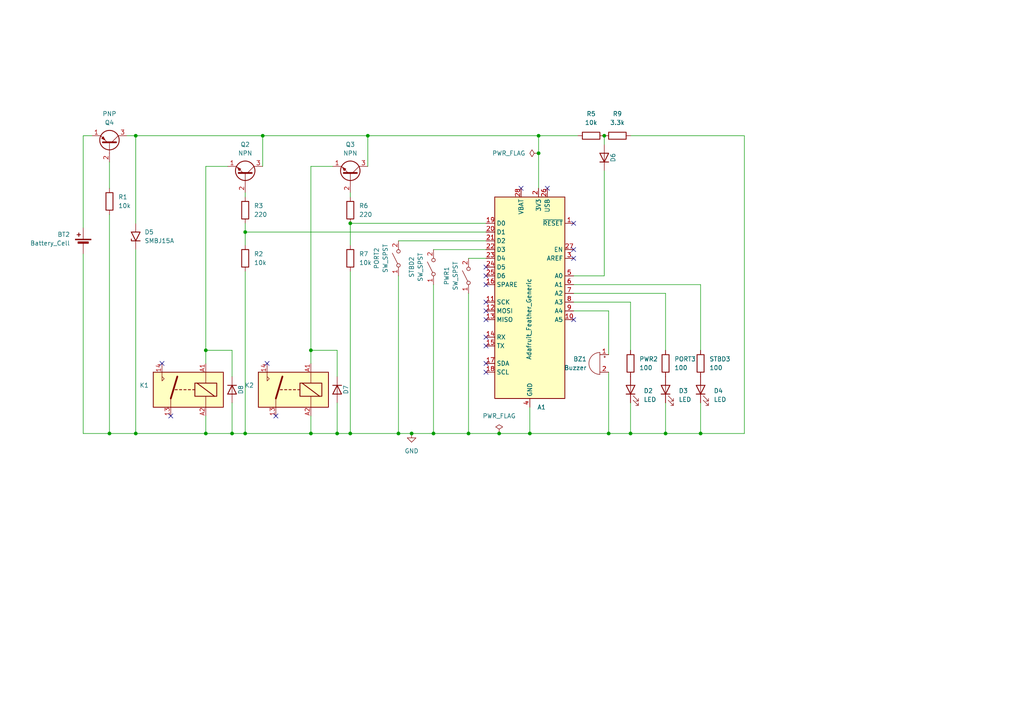
<source format=kicad_sch>
(kicad_sch (version 20250114) (generator "eeschema") (generator_version "9.0")
  (paper "A4")
  (lib_symbols
    (symbol "Device:Battery_Cell" (pin_numbers (hide yes)) (pin_names (offset 0) (hide yes))
      (property "Reference" "BT" (at 2.54 2.54 0))
      (property "Value" "Battery_Cell" (at 2.54 0 0))
      (symbol "Battery_Cell_0_1"
        (rectangle (start -2.286 1.778) (end 2.286 1.524) (fill (type outline)))
        (rectangle (start -1.524 1.016) (end 1.524 0.508) (fill (type outline)))
        (polyline (pts (xy 0 1.778) (xy 0 2.54)))
        (polyline (pts (xy 0 0.762) (xy 0 0)))
        (polyline (pts (xy 0.762 3.048) (xy 1.778 3.048)) (stroke (width 0.254)))
        (polyline (pts (xy 1.27 3.556) (xy 1.27 2.54)) (stroke (width 0.254)))
      )
      (symbol "Battery_Cell_1_1"
        (pin passive line (at 0 5.08 270) (length 2.54) (name "+") (number "1"))
        (pin passive line (at 0 -2.54 90) (length 2.54) (name "-") (number "2"))
      )
    )
    (symbol "Device:Buzzer" (pin_names (offset 0.0254) (hide yes))
      (property "Reference" "BZ" (at 3.81 1.27 0))
      (property "Value" "Buzzer" (at 3.81 -1.27 0))
      (symbol "Buzzer_0_1"
        (polyline (pts (xy -1.651 1.905) (xy -1.143 1.905)))
        (polyline (pts (xy -1.397 2.159) (xy -1.397 1.651)))
        (arc (start 0 3.175) (mid 3.1612 0) (end 0 -3.175))
        (polyline (pts (xy 0 3.175) (xy 0 -3.175)))
      )
      (symbol "Buzzer_1_1"
        (pin passive line (at -2.54 2.54 0) (length 2.54) (name "+") (number "1"))
        (pin passive line (at -2.54 -2.54 0) (length 2.54) (name "-") (number "2"))
      )
    )
    (symbol "Device:D" (pin_numbers (hide yes)) (pin_names (offset 1.016) (hide yes))
      (property "Reference" "D" (at 0 2.54 0))
      (property "Value" "D" (at 0 -2.54 0))
      (symbol "D_0_1"
        (polyline (pts (xy -1.27 1.27) (xy -1.27 -1.27)) (stroke (width 0.254)))
        (polyline (pts (xy 1.27 1.27) (xy 1.27 -1.27) (xy -1.27 0) (xy 1.27 1.27)) (stroke (width 0.254)))
        (polyline (pts (xy 1.27 0) (xy -1.27 0)))
      )
      (symbol "D_1_1"
        (pin passive line (at -3.81 0 0) (length 2.54) (name "K") (number "1"))
        (pin passive line (at 3.81 0 180) (length 2.54) (name "A") (number "2"))
      )
    )
    (symbol "Device:LED" (pin_numbers (hide yes)) (pin_names (offset 1.016) (hide yes))
      (property "Reference" "D" (at 0 2.54 0))
      (property "Value" "LED" (at 0 -2.54 0))
      (symbol "LED_0_1"
        (polyline (pts (xy -3.048 -0.762) (xy -4.572 -2.286) (xy -3.81 -2.286) (xy -4.572 -2.286) (xy -4.572 -1.524)))
        (polyline (pts (xy -1.778 -0.762) (xy -3.302 -2.286) (xy -2.54 -2.286) (xy -3.302 -2.286) (xy -3.302 -1.524)))
        (polyline (pts (xy -1.27 0) (xy 1.27 0)))
        (polyline (pts (xy -1.27 -1.27) (xy -1.27 1.27)) (stroke (width 0.254)))
        (polyline (pts (xy 1.27 -1.27) (xy 1.27 1.27) (xy -1.27 0) (xy 1.27 -1.27)) (stroke (width 0.254)))
      )
      (symbol "LED_1_1"
        (pin passive line (at -3.81 0 0) (length 2.54) (name "K") (number "1"))
        (pin passive line (at 3.81 0 180) (length 2.54) (name "A") (number "2"))
      )
    )
    (symbol "Device:R" (pin_numbers (hide yes)) (pin_names (offset 0))
      (property "Reference" "R" (at 2.032 0 90))
      (property "Value" "R" (at 0 0 90))
      (symbol "R_0_1"
        (rectangle (start -1.016 -2.54) (end 1.016 2.54) (stroke (width 0.254)))
      )
      (symbol "R_1_1"
        (pin passive line (at 0 3.81 270) (length 1.27) (name "~") (number "1"))
        (pin passive line (at 0 -3.81 90) (length 1.27) (name "~") (number "2"))
      )
    )
    (symbol "Diode:SM6T10A" (pin_numbers (hide yes)) (pin_names (offset 1.016) (hide yes))
      (property "Reference" "D" (at 0 2.54 0))
      (property "Value" "SM6T10A" (at 0 -2.54 0))
      (symbol "SM6T10A_0_1"
        (polyline (pts (xy -0.762 1.27) (xy -1.27 1.27) (xy -1.27 -1.27)) (stroke (width 0.254)))
        (polyline (pts (xy 1.27 1.27) (xy 1.27 -1.27) (xy -1.27 0) (xy 1.27 1.27)) (stroke (width 0.254)))
      )
      (symbol "SM6T10A_1_1"
        (pin passive line (at -3.81 0 0) (length 2.54) (name "A1") (number "1"))
        (pin passive line (at 3.81 0 180) (length 2.54) (name "A2") (number "2"))
      )
    )
    (symbol "MCU_Module:Adafruit_Feather_Generic"
      (property "Reference" "A" (at -10.16 29.21 0))
      (property "Value" "Adafruit_Feather_Generic" (at 2.54 -31.75 0))
      (symbol "Adafruit_Feather_Generic_0_1"
        (rectangle (start -10.16 27.94) (end 10.16 -30.48) (stroke (width 0.254)) (fill (type background)))
      )
      (symbol "Adafruit_Feather_Generic_1_1"
        (pin bidirectional line (at -12.7 20.32 0) (length 2.54) (name "D0") (number "19"))
        (pin bidirectional line (at -12.7 17.78 0) (length 2.54) (name "D1") (number "20"))
        (pin bidirectional line (at -12.7 15.24 0) (length 2.54) (name "D2") (number "21"))
        (pin bidirectional line (at -12.7 12.7 0) (length 2.54) (name "D3") (number "22"))
        (pin bidirectional line (at -12.7 10.16 0) (length 2.54) (name "D4") (number "23"))
        (pin bidirectional line (at -12.7 7.62 0) (length 2.54) (name "D5") (number "24"))
        (pin bidirectional line (at -12.7 5.08 0) (length 2.54) (name "D6") (number "25"))
        (pin bidirectional line (at -12.7 2.54 0) (length 2.54) (name "SPARE") (number "16"))
        (pin bidirectional line (at -12.7 -2.54 0) (length 2.54) (name "SCK") (number "11"))
        (pin bidirectional line (at -12.7 -5.08 0) (length 2.54) (name "MOSI") (number "12"))
        (pin bidirectional line (at -12.7 -7.62 0) (length 2.54) (name "MISO") (number "13"))
        (pin bidirectional line (at -12.7 -12.7 0) (length 2.54) (name "RX") (number "14"))
        (pin bidirectional line (at -12.7 -15.24 0) (length 2.54) (name "TX") (number "15"))
        (pin bidirectional line (at -12.7 -20.32 0) (length 2.54) (name "SDA") (number "17"))
        (pin bidirectional line (at -12.7 -22.86 0) (length 2.54) (name "SCL") (number "18"))
        (pin power_in line (at -2.54 30.48 270) (length 2.54) (name "VBAT") (number "28"))
        (pin power_in line (at 0 -33.02 90) (length 2.54) (name "GND") (number "4"))
        (pin power_in line (at 2.54 30.48 270) (length 2.54) (name "3V3") (number "2"))
        (pin power_in line (at 5.08 30.48 270) (length 2.54) (name "USB") (number "26"))
        (pin input line (at 12.7 20.32 180) (length 2.54) (name "~{RESET}") (number "1"))
        (pin input line (at 12.7 12.7 180) (length 2.54) (name "EN") (number "27"))
        (pin input line (at 12.7 10.16 180) (length 2.54) (name "AREF") (number "3"))
        (pin bidirectional line (at 12.7 5.08 180) (length 2.54) (name "A0") (number "5"))
        (pin bidirectional line (at 12.7 2.54 180) (length 2.54) (name "A1") (number "6"))
        (pin bidirectional line (at 12.7 0 180) (length 2.54) (name "A2") (number "7"))
        (pin bidirectional line (at 12.7 -2.54 180) (length 2.54) (name "A3") (number "8"))
        (pin bidirectional line (at 12.7 -5.08 180) (length 2.54) (name "A4") (number "9"))
        (pin bidirectional line (at 12.7 -7.62 180) (length 2.54) (name "A5") (number "10"))
      )
    )
    (symbol "Relay:Fujitsu_FTR-LYAA005x"
      (property "Reference" "K" (at 11.43 3.81 0))
      (property "Value" "Fujitsu_FTR-LYAA005x" (at 11.43 1.27 0))
      (symbol "Fujitsu_FTR-LYAA005x_0_0"
        (polyline (pts (xy 7.62 5.08) (xy 7.62 2.54) (xy 6.985 3.175) (xy 7.62 3.81)))
      )
      (symbol "Fujitsu_FTR-LYAA005x_0_1"
        (rectangle (start -10.16 5.08) (end 10.16 -5.08) (stroke (width 0.254)) (fill (type background)))
        (rectangle (start -8.255 1.905) (end -1.905 -1.905) (stroke (width 0.254)))
        (polyline (pts (xy -7.62 -1.905) (xy -2.54 1.905)) (stroke (width 0.254)))
        (polyline (pts (xy -5.08 5.08) (xy -5.08 1.905)))
        (polyline (pts (xy -5.08 -5.08) (xy -5.08 -1.905)))
        (polyline (pts (xy -1.905 0) (xy -1.27 0)) (stroke (width 0.254)))
        (polyline (pts (xy -0.635 0) (xy 0 0)) (stroke (width 0.254)))
        (polyline (pts (xy 0.635 0) (xy 1.27 0)) (stroke (width 0.254)))
        (polyline (pts (xy 1.905 0) (xy 2.54 0)) (stroke (width 0.254)))
        (polyline (pts (xy 3.175 0) (xy 3.81 0)) (stroke (width 0.254)))
        (polyline (pts (xy 5.08 -2.54) (xy 3.175 3.81)) (stroke (width 0.508)))
        (polyline (pts (xy 5.08 -2.54) (xy 5.08 -5.08)))
      )
      (symbol "Fujitsu_FTR-LYAA005x_1_1"
        (pin passive line (at -5.08 7.62 270) (length 2.54) (name "~") (number "A1"))
        (pin passive line (at -5.08 -7.62 90) (length 2.54) (name "~") (number "A2"))
        (pin passive line (at 5.08 -7.62 90) (length 2.54) (name "~") (number "13"))
        (pin passive line (at 7.62 7.62 270) (length 2.54) (name "~") (number "14"))
      )
    )
    (symbol "Switch:SW_SPST" (pin_names (offset 0) (hide yes))
      (property "Reference" "SW" (at 0 3.175 0))
      (property "Value" "SW_SPST" (at 0 -2.54 0))
      (symbol "SW_SPST_0_0"
        (circle (center -2.032 0) (radius 0.508))
        (polyline (pts (xy -1.524 0.254) (xy 1.524 1.778)))
        (circle (center 2.032 0) (radius 0.508))
      )
      (symbol "SW_SPST_1_1"
        (pin passive line (at -5.08 0 0) (length 2.54) (name "A") (number "1"))
        (pin passive line (at 5.08 0 180) (length 2.54) (name "B") (number "2"))
      )
    )
    (symbol "Transistor_BJT:2N3904" (pin_names (offset 0) (hide yes))
      (property "Reference" "Q" (at 5.08 1.905 0))
      (property "Value" "2N3904" (at 5.08 0 0))
      (symbol "2N3904_0_1"
        (polyline (pts (xy -2.54 0) (xy 0.635 0)))
        (polyline (pts (xy 0.635 1.905) (xy 0.635 -1.905)) (stroke (width 0.508)))
        (circle (center 1.27 0) (radius 2.8194) (stroke (width 0.254)))
      )
      (symbol "2N3904_1_1"
        (polyline (pts (xy 0.635 0.635) (xy 2.54 2.54)))
        (polyline (pts (xy 0.635 -0.635) (xy 2.54 -2.54)))
        (polyline (pts (xy 1.27 -1.778) (xy 1.778 -1.27) (xy 2.286 -2.286) (xy 1.27 -1.778)) (fill (type outline)))
        (pin input line (at -5.08 0 0) (length 2.54) (name "B") (number "2"))
        (pin passive line (at 2.54 5.08 270) (length 2.54) (name "C") (number "3"))
        (pin passive line (at 2.54 -5.08 90) (length 2.54) (name "E") (number "1"))
      )
    )
    (symbol "Transistor_BJT:2N3905" (pin_names (offset 0) (hide yes))
      (property "Reference" "Q" (at 5.08 1.905 0))
      (property "Value" "2N3905" (at 5.08 0 0))
      (symbol "2N3905_0_1"
        (polyline (pts (xy -2.54 0) (xy 0.635 0)))
        (polyline (pts (xy 0.635 1.905) (xy 0.635 -1.905)) (stroke (width 0.508)))
        (polyline (pts (xy 0.635 0.635) (xy 2.54 2.54)))
        (polyline (pts (xy 0.635 -0.635) (xy 2.54 -2.54)))
        (circle (center 1.27 0) (radius 2.8194) (stroke (width 0.254)))
        (polyline (pts (xy 2.286 -1.778) (xy 1.778 -2.286) (xy 1.27 -1.27) (xy 2.286 -1.778)) (fill (type outline)))
      )
      (symbol "2N3905_1_1"
        (pin input line (at -5.08 0 0) (length 2.54) (name "B") (number "2"))
        (pin passive line (at 2.54 5.08 270) (length 2.54) (name "C") (number "3"))
        (pin passive line (at 2.54 -5.08 90) (length 2.54) (name "E") (number "1"))
      )
    )
    (symbol "power:GND" (power) (pin_numbers (hide yes)) (pin_names (offset 0) (hide yes))
      (property "Value" "GND" (at 0 -3.81 0))
      (symbol "GND_0_1"
        (polyline (pts (xy 0 0) (xy 0 -1.27) (xy 1.27 -1.27) (xy 0 -2.54) (xy -1.27 -1.27) (xy 0 -1.27)))
      )
      (symbol "GND_1_1"
        (pin power_in line (at 0 0 270) (length 0) (name "~") (number "1"))
      )
    )
    (symbol "power:PWR_FLAG" (power) (pin_numbers (hide yes)) (pin_names (offset 0) (hide yes))
      (property "Value" "PWR_FLAG" (at 0 3.81 0))
      (symbol "PWR_FLAG_0_0"
        (pin power_out line (at 0 0 90) (length 0) (name "~") (number "1"))
      )
      (symbol "PWR_FLAG_0_1"
        (polyline (pts (xy 0 0) (xy 0 1.27) (xy -1.016 1.905) (xy 0 2.54) (xy 1.016 1.905) (xy 0 1.27)))
      )
    )
  )
  (junction (at 97.79 125.73))
  (junction (at 71.12 67.31))
  (junction (at 71.12 125.73))
  (junction (at 106.68 39.37))
  (junction (at 119.38 125.73))
  (junction (at 31.75 125.73))
  (junction (at 76.2 39.37))
  (junction (at 175.26 39.37))
  (junction (at 156.21 44.45))
  (junction (at 59.69 125.73))
  (junction (at 153.67 125.73))
  (junction (at 39.37 125.73))
  (junction (at 90.17 125.73))
  (junction (at 125.73 125.73))
  (junction (at 144.78 125.73))
  (junction (at 176.53 125.73))
  (junction (at 39.37 39.37))
  (junction (at 182.88 125.73))
  (junction (at 67.31 125.73))
  (junction (at 115.57 125.73))
  (junction (at 101.6 64.77))
  (junction (at 193.04 125.73))
  (junction (at 90.17 101.6))
  (junction (at 101.6 125.73))
  (junction (at 203.2 125.73))
  (junction (at 59.69 101.6))
  (junction (at 135.89 125.73))
  (junction (at 156.21 39.37))
  (no_connect (at 166.37 72.39))
  (no_connect (at 140.97 90.17))
  (no_connect (at 140.97 82.55))
  (no_connect (at 140.97 105.41))
  (no_connect (at 140.97 97.79))
  (no_connect (at 46.99 105.41))
  (no_connect (at 49.53 120.65))
  (no_connect (at 158.75 54.61))
  (no_connect (at 140.97 107.95))
  (no_connect (at 140.97 87.63))
  (no_connect (at 166.37 74.93))
  (no_connect (at 140.97 77.47))
  (no_connect (at 140.97 80.01))
  (no_connect (at 140.97 92.71))
  (no_connect (at 166.37 64.77))
  (no_connect (at 166.37 92.71))
  (no_connect (at 140.97 100.33))
  (no_connect (at 77.47 105.41))
  (no_connect (at 80.01 120.65))
  (no_connect (at 151.13 54.61))
  (wire (pts (xy 71.12 67.31) (xy 71.12 71.12)))
  (wire (pts (xy 166.37 90.17) (xy 176.53 90.17)))
  (wire (pts (xy 156.21 39.37) (xy 156.21 44.45)))
  (wire (pts (xy 31.75 62.23) (xy 31.75 125.73)))
  (wire (pts (xy 97.79 101.6) (xy 90.17 101.6)))
  (wire (pts (xy 182.88 39.37) (xy 215.9 39.37)))
  (wire (pts (xy 144.78 125.73) (xy 153.67 125.73)))
  (wire (pts (xy 39.37 39.37) (xy 76.2 39.37)))
  (wire (pts (xy 176.53 90.17) (xy 176.53 102.87)))
  (wire (pts (xy 24.13 39.37) (xy 26.67 39.37)))
  (wire (pts (xy 166.37 87.63) (xy 182.88 87.63)))
  (wire (pts (xy 153.67 125.73) (xy 176.53 125.73)))
  (wire (pts (xy 71.12 67.31) (xy 140.97 67.31)))
  (wire (pts (xy 97.79 116.84) (xy 97.79 125.73)))
  (wire (pts (xy 71.12 78.74) (xy 71.12 125.73)))
  (wire (pts (xy 166.37 85.09) (xy 193.04 85.09)))
  (wire (pts (xy 31.75 46.99) (xy 31.75 54.61)))
  (wire (pts (xy 106.68 39.37) (xy 106.68 48.26)))
  (wire (pts (xy 101.6 64.77) (xy 101.6 71.12)))
  (wire (pts (xy 67.31 101.6) (xy 59.69 101.6)))
  (wire (pts (xy 135.89 85.09) (xy 135.89 125.73)))
  (wire (pts (xy 135.89 125.73) (xy 144.78 125.73)))
  (wire (pts (xy 166.37 82.55) (xy 203.2 82.55)))
  (wire (pts (xy 101.6 64.77) (xy 140.97 64.77)))
  (wire (pts (xy 115.57 80.01) (xy 115.57 125.73)))
  (wire (pts (xy 39.37 125.73) (xy 59.69 125.73)))
  (wire (pts (xy 90.17 120.65) (xy 90.17 125.73)))
  (wire (pts (xy 156.21 44.45) (xy 156.21 54.61)))
  (wire (pts (xy 182.88 125.73) (xy 193.04 125.73)))
  (wire (pts (xy 193.04 116.84) (xy 193.04 125.73)))
  (wire (pts (xy 90.17 48.26) (xy 90.17 101.6)))
  (wire (pts (xy 71.12 125.73) (xy 90.17 125.73)))
  (wire (pts (xy 66.04 48.26) (xy 59.69 48.26)))
  (wire (pts (xy 115.57 125.73) (xy 119.38 125.73)))
  (wire (pts (xy 125.73 82.55) (xy 125.73 125.73)))
  (wire (pts (xy 203.2 82.55) (xy 203.2 101.6)))
  (wire (pts (xy 125.73 125.73) (xy 135.89 125.73)))
  (wire (pts (xy 76.2 39.37) (xy 76.2 48.26)))
  (wire (pts (xy 67.31 125.73) (xy 71.12 125.73)))
  (wire (pts (xy 59.69 101.6) (xy 59.69 105.41)))
  (wire (pts (xy 59.69 120.65) (xy 59.69 125.73)))
  (wire (pts (xy 203.2 116.84) (xy 203.2 125.73)))
  (wire (pts (xy 90.17 125.73) (xy 97.79 125.73)))
  (wire (pts (xy 67.31 116.84) (xy 67.31 125.73)))
  (wire (pts (xy 24.13 125.73) (xy 31.75 125.73)))
  (wire (pts (xy 119.38 125.73) (xy 125.73 125.73)))
  (wire (pts (xy 36.83 39.37) (xy 39.37 39.37)))
  (wire (pts (xy 59.69 125.73) (xy 67.31 125.73)))
  (wire (pts (xy 59.69 48.26) (xy 59.69 101.6)))
  (wire (pts (xy 156.21 39.37) (xy 167.64 39.37)))
  (wire (pts (xy 175.26 39.37) (xy 175.26 41.91)))
  (wire (pts (xy 176.53 107.95) (xy 176.53 125.73)))
  (wire (pts (xy 125.73 72.39) (xy 140.97 72.39)))
  (wire (pts (xy 97.79 125.73) (xy 101.6 125.73)))
  (wire (pts (xy 135.89 74.93) (xy 140.97 74.93)))
  (wire (pts (xy 215.9 125.73) (xy 203.2 125.73)))
  (wire (pts (xy 193.04 85.09) (xy 193.04 101.6)))
  (wire (pts (xy 153.67 118.11) (xy 153.67 125.73)))
  (wire (pts (xy 101.6 78.74) (xy 101.6 125.73)))
  (wire (pts (xy 24.13 73.66) (xy 24.13 125.73)))
  (wire (pts (xy 71.12 57.15) (xy 71.12 55.88)))
  (wire (pts (xy 90.17 101.6) (xy 90.17 105.41)))
  (wire (pts (xy 176.53 125.73) (xy 182.88 125.73)))
  (wire (pts (xy 71.12 67.31) (xy 71.12 64.77)))
  (wire (pts (xy 39.37 72.39) (xy 39.37 125.73)))
  (wire (pts (xy 96.52 48.26) (xy 90.17 48.26)))
  (wire (pts (xy 101.6 125.73) (xy 115.57 125.73)))
  (wire (pts (xy 182.88 87.63) (xy 182.88 101.6)))
  (wire (pts (xy 97.79 109.22) (xy 97.79 101.6)))
  (wire (pts (xy 24.13 66.04) (xy 24.13 39.37)))
  (wire (pts (xy 115.57 69.85) (xy 140.97 69.85)))
  (wire (pts (xy 101.6 55.88) (xy 101.6 57.15)))
  (wire (pts (xy 31.75 125.73) (xy 39.37 125.73)))
  (wire (pts (xy 39.37 39.37) (xy 39.37 64.77)))
  (wire (pts (xy 76.2 39.37) (xy 106.68 39.37)))
  (wire (pts (xy 106.68 39.37) (xy 156.21 39.37)))
  (wire (pts (xy 175.26 80.01) (xy 166.37 80.01)))
  (wire (pts (xy 175.26 49.53) (xy 175.26 80.01)))
  (wire (pts (xy 193.04 125.73) (xy 203.2 125.73)))
  (wire (pts (xy 215.9 39.37) (xy 215.9 125.73)))
  (wire (pts (xy 182.88 116.84) (xy 182.88 125.73)))
  (wire (pts (xy 67.31 109.22) (xy 67.31 101.6)))
  (symbol (lib_id "Device:LED") (at 193.04 113.03 90) (unit 1)
    (property "Reference" "D3" (at 196.85 113.3474 90) (effects (justify right)))
    (property "Value" "LED" (at 196.85 115.8874 90) (effects (justify right)))
    (property "Description" "Light emitting diode" (effects (hide yes)))
    (property "Sim.Pins" "1=K 2=A" (effects (hide yes)))
  )
  (symbol (lib_id "Transistor_BJT:2N3904") (at 101.6 50.8 270) (mirror x) (unit 1)
    (property "Reference" "Q3" (at 101.6 41.91 90))
    (property "Value" "NPN" (at 101.6 44.45 90))
    (property "Footprint" "Package_TO_SOT_THT:TO-92_Inline" (effects (hide yes)))
    (property "Datasheet" "https://www.onsemi.com/pub/Collateral/2N3903-D.PDF" (effects (hide yes)))
    (property "Description" "0.2A Ic, 40V Vce, Small Signal NPN Transistor, TO-92" (effects (hide yes)))
  )
  (symbol (lib_id "Device:R") (at 203.2 105.41 0) (unit 1)
    (property "Reference" "STBD3" (at 205.74 104.1399 0) (effects (justify left)))
    (property "Value" "100" (at 205.74 106.6799 0) (effects (justify left)))
    (property "Description" "Resistor" (effects (hide yes)))
  )
  (symbol (lib_id "MCU_Module:Adafruit_Feather_Generic") (at 153.67 85.09 0) (unit 1)
    (property "Reference" "A1" (at 155.8133 118.11 0) (effects (justify left)))
    (property "Value" "Adafruit_Feather_Generic" (at 153.416 104.394 90) (effects (justify left)))
    (property "Footprint" "Module:Adafruit_Feather" (effects (hide yes)))
    (property "Datasheet" "https://cdn-learn.adafruit.com/downloads/pdf/adafruit-feather.pdf" (effects (hide yes)))
    (property "Description" "Microcontroller module in various flavor, generic symbol" (effects (hide yes)))
  )
  (symbol (lib_id "Device:R") (at 71.12 60.96 0) (unit 1)
    (property "Reference" "R3" (at 73.66 59.6899 0) (effects (justify left)))
    (property "Value" "220" (at 73.66 62.2299 0) (effects (justify left)))
    (property "Description" "Resistor" (effects (hide yes)))
  )
  (symbol (lib_id "Transistor_BJT:2N3905") (at 31.75 41.91 270) (mirror x) (unit 1)
    (property "Reference" "Q4" (at 31.75 35.56 90))
    (property "Value" "PNP" (at 31.75 33.02 90))
    (property "Footprint" "Package_TO_SOT_THT:TO-92_Inline" (effects (hide yes)))
    (property "Datasheet" "https://www.nteinc.com/specs/original/2N3905_06.pdf" (effects (hide yes)))
    (property "Description" "-0.2A Ic, -40V Vce, Small Signal PNP Transistor, TO-92" (effects (hide yes)))
  )
  (symbol (lib_id "Device:D") (at 175.26 45.72 90) (unit 1)
    (property "Reference" "D6" (at 177.8 45.72 0))
    (property "Value" "D" (effects (hide yes)))
    (property "Description" "Diode" (effects (hide yes)))
    (property "Sim.Device" "D" (effects (hide yes)))
    (property "Sim.Pins" "1=K 2=A" (effects (hide yes)))
  )
  (symbol (lib_id "Device:Buzzer") (at 173.99 105.41 0) (mirror y) (unit 1)
    (property "Reference" "BZ1" (at 170.18 104.1399 0) (effects (justify left)))
    (property "Value" "Buzzer" (at 170.18 106.6799 0) (effects (justify left)))
    (property "Description" "Buzzer, polarized" (effects (hide yes)))
  )
  (symbol (lib_id "Device:LED") (at 182.88 113.03 90) (unit 1)
    (property "Reference" "D2" (at 186.69 113.3474 90) (effects (justify right)))
    (property "Value" "LED" (at 186.69 115.8874 90) (effects (justify right)))
    (property "Description" "Light emitting diode" (effects (hide yes)))
    (property "Sim.Pins" "1=K 2=A" (effects (hide yes)))
  )
  (symbol (lib_id "power:GND") (at 119.38 125.73 0) (unit 1)
    (property "Reference" "#PWR01" (effects (hide yes)))
    (property "Value" "GND" (at 119.38 130.81 0))
    (property "Description" "Power symbol creates a global label with name \"GND\" , ground" (effects (hide yes)))
  )
  (symbol (lib_id "Relay:Fujitsu_FTR-LYAA005x") (at 85.09 113.03 0) (mirror y) (unit 1)
    (property "Reference" "K2" (at 73.66 111.7599 0) (effects (justify left)))
    (property "Value" "Fujitsu_FTR-LYAA005x" (effects (hide yes)))
    (property "Footprint" "Relay_THT:Relay_SPST-NO_Fujitsu_FTR-LYAA005x_FormA_Vertical" (effects (hide yes)))
    (property "Datasheet" "https://www.fujitsu.com/sg/imagesgig5/ftr-ly.pdf" (effects (hide yes)))
    (property "Description" "Relay, SPST Form A, vertical mount, 5-60V coil, 6A, 250VAC, 28 x 5 x 15mm" (effects (hide yes)))
  )
  (symbol (lib_id "Device:LED") (at 203.2 113.03 90) (unit 1)
    (property "Reference" "D4" (at 207.01 113.3474 90) (effects (justify right)))
    (property "Value" "LED" (at 207.01 115.8874 90) (effects (justify right)))
    (property "Description" "Light emitting diode" (effects (hide yes)))
    (property "Sim.Pins" "1=K 2=A" (effects (hide yes)))
  )
  (symbol (lib_id "Relay:Fujitsu_FTR-LYAA005x") (at 54.61 113.03 0) (mirror y) (unit 1)
    (property "Reference" "K1" (at 43.18 111.7599 0) (effects (justify left)))
    (property "Value" "Fujitsu_FTR-LYAA005x" (effects (hide yes)))
    (property "Footprint" "Relay_THT:Relay_SPST-NO_Fujitsu_FTR-LYAA005x_FormA_Vertical" (effects (hide yes)))
    (property "Datasheet" "https://www.fujitsu.com/sg/imagesgig5/ftr-ly.pdf" (effects (hide yes)))
    (property "Description" "Relay, SPST Form A, vertical mount, 5-60V coil, 6A, 250VAC, 28 x 5 x 15mm" (effects (hide yes)))
  )
  (symbol (lib_id "Device:R") (at 71.12 74.93 0) (unit 1)
    (property "Reference" "R2" (at 73.66 73.6599 0) (effects (justify left)))
    (property "Value" "10k" (at 73.66 76.1999 0) (effects (justify left)))
    (property "Description" "Resistor" (effects (hide yes)))
  )
  (symbol (lib_id "Device:R") (at 101.6 74.93 0) (unit 1)
    (property "Reference" "R7" (at 104.14 73.6599 0) (effects (justify left)))
    (property "Value" "10k" (at 104.14 76.1999 0) (effects (justify left)))
    (property "Description" "Resistor" (effects (hide yes)))
  )
  (symbol (lib_id "power:PWR_FLAG") (at 144.78 125.73 0) (unit 1)
    (property "Reference" "#FLG02" (effects (hide yes)))
    (property "Value" "PWR_FLAG" (at 144.78 120.65 0))
    (property "Description" "Special symbol for telling ERC where power comes from" (effects (hide yes)))
  )
  (symbol (lib_id "Transistor_BJT:2N3904") (at 71.12 50.8 270) (mirror x) (unit 1)
    (property "Reference" "Q2" (at 71.12 41.91 90))
    (property "Value" "NPN" (at 71.12 44.45 90))
    (property "Footprint" "Package_TO_SOT_THT:TO-92_Inline" (effects (hide yes)))
    (property "Datasheet" "https://www.onsemi.com/pub/Collateral/2N3903-D.PDF" (effects (hide yes)))
    (property "Description" "0.2A Ic, 40V Vce, Small Signal NPN Transistor, TO-92" (effects (hide yes)))
  )
  (symbol (lib_id "Switch:SW_SPST") (at 115.57 74.93 90) (unit 1)
    (property "Reference" "PORT2" (at 109.22 74.93 0))
    (property "Value" "SW_SPST" (at 111.76 74.93 0))
    (property "Description" "Single Pole Single Throw (SPST) switch" (effects (hide yes)))
  )
  (symbol (lib_id "Switch:SW_SPST") (at 135.89 80.01 90) (unit 1)
    (property "Reference" "PWR1" (at 129.54 80.01 0))
    (property "Value" "SW_SPST" (at 132.08 80.01 0))
    (property "Description" "Single Pole Single Throw (SPST) switch" (effects (hide yes)))
  )
  (symbol (lib_id "Device:D") (at 67.31 113.03 90) (mirror x) (unit 1)
    (property "Reference" "D8" (at 69.85 113.03 0))
    (property "Value" "D" (effects (hide yes)))
    (property "Description" "Diode" (effects (hide yes)))
    (property "Sim.Device" "D" (effects (hide yes)))
    (property "Sim.Pins" "1=K 2=A" (effects (hide yes)))
  )
  (symbol (lib_id "Diode:SM6T10A") (at 39.37 68.58 90) (unit 1)
    (property "Reference" "D5" (at 41.91 67.3099 90) (effects (justify right)))
    (property "Value" "SMBJ15A" (at 41.91 69.8499 90) (effects (justify right)))
    (property "Footprint" "Diode_SMD:D_SMB" (effects (hide yes)))
    (property "Datasheet" "https://www.st.com/resource/en/datasheet/sm6t.pdf" (effects (hide yes)))
    (property "Description" "600W unidirectional Transil Transient Voltage Suppressor, 10Vrwm, DO-214AA" (effects (hide yes)))
  )
  (symbol (lib_id "Device:R") (at 31.75 58.42 0) (unit 1)
    (property "Reference" "R1" (at 34.29 57.1499 0) (effects (justify left)))
    (property "Value" "10k" (at 34.29 59.6899 0) (effects (justify left)))
    (property "Description" "Resistor" (effects (hide yes)))
  )
  (symbol (lib_id "Switch:SW_SPST") (at 125.73 77.47 90) (unit 1)
    (property "Reference" "STBD2" (at 119.38 77.47 0))
    (property "Value" "SW_SPST" (at 121.92 77.47 0))
    (property "Description" "Single Pole Single Throw (SPST) switch" (effects (hide yes)))
  )
  (symbol (lib_id "Device:R") (at 193.04 105.41 0) (unit 1)
    (property "Reference" "PORT3" (at 195.58 104.1399 0) (effects (justify left)))
    (property "Value" "100" (at 195.58 106.6799 0) (effects (justify left)))
    (property "Description" "Resistor" (effects (hide yes)))
  )
  (symbol (lib_id "Device:R") (at 182.88 105.41 0) (unit 1)
    (property "Reference" "PWR2" (at 185.42 104.1399 0) (effects (justify left)))
    (property "Value" "100" (at 185.42 106.6799 0) (effects (justify left)))
    (property "Description" "Resistor" (effects (hide yes)))
  )
  (symbol (lib_id "Device:R") (at 171.45 39.37 270) (unit 1)
    (property "Reference" "R5" (at 171.45 33.02 90))
    (property "Value" "10k" (at 171.45 35.56 90))
    (property "Description" "Resistor" (effects (hide yes)))
  )
  (symbol (lib_id "Device:R") (at 179.07 39.37 270) (unit 1)
    (property "Reference" "R9" (at 179.07 33.02 90))
    (property "Value" "3.3k" (at 179.07 35.56 90))
    (property "Description" "Resistor" (effects (hide yes)))
  )
  (symbol (lib_id "power:PWR_FLAG") (at 156.21 44.45 90) (unit 1)
    (property "Reference" "#FLG03" (effects (hide yes)))
    (property "Value" "PWR_FLAG" (at 152.4 44.4499 90) (effects (justify left)))
    (property "Description" "Special symbol for telling ERC where power comes from" (effects (hide yes)))
  )
  (symbol (lib_id "Device:R") (at 101.6 60.96 0) (unit 1)
    (property "Reference" "R6" (at 104.14 59.6899 0) (effects (justify left)))
    (property "Value" "220" (at 104.14 62.2299 0) (effects (justify left)))
    (property "Description" "Resistor" (effects (hide yes)))
  )
  (symbol (lib_id "Device:D") (at 97.79 113.03 90) (mirror x) (unit 1)
    (property "Reference" "D7" (at 100.33 113.03 0))
    (property "Value" "D" (effects (hide yes)))
    (property "Description" "Diode" (effects (hide yes)))
    (property "Sim.Device" "D" (effects (hide yes)))
    (property "Sim.Pins" "1=K 2=A" (effects (hide yes)))
  )
  (symbol (lib_id "Device:Battery_Cell") (at 24.13 71.12 0) (mirror y) (unit 1)
    (property "Reference" "BT2" (at 20.32 68.0084 0) (effects (justify left)))
    (property "Value" "Battery_Cell" (at 20.32 70.5484 0) (effects (justify left)))
    (property "Description" "Single-cell battery" (effects (hide yes)))
  )
)
</source>
